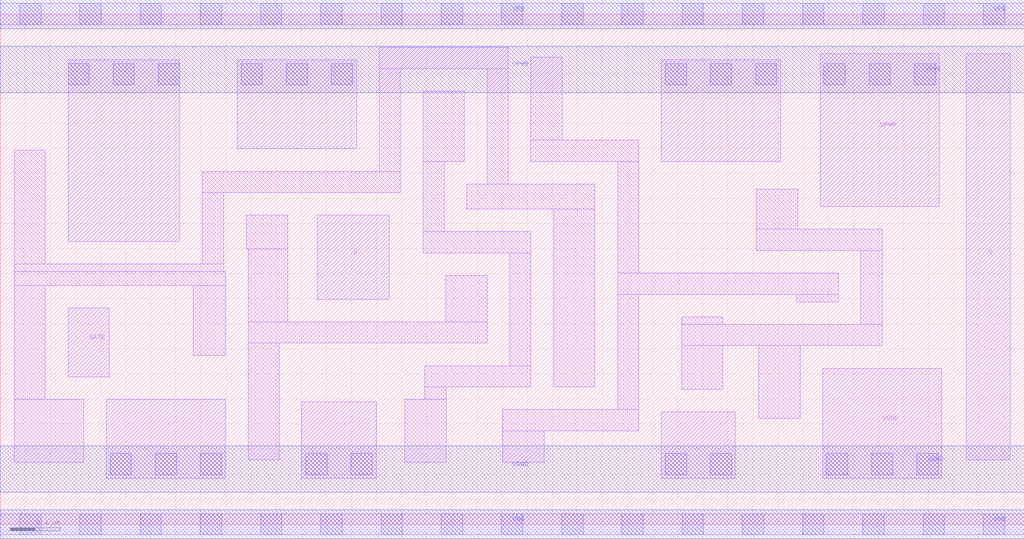
<source format=lef>
# Copyright 2020 The SkyWater PDK Authors
#
# Licensed under the Apache License, Version 2.0 (the "License");
# you may not use this file except in compliance with the License.
# You may obtain a copy of the License at
#
#     https://www.apache.org/licenses/LICENSE-2.0
#
# Unless required by applicable law or agreed to in writing, software
# distributed under the License is distributed on an "AS IS" BASIS,
# WITHOUT WARRANTIES OR CONDITIONS OF ANY KIND, either express or implied.
# See the License for the specific language governing permissions and
# limitations under the License.
#
# SPDX-License-Identifier: Apache-2.0

VERSION 5.7 ;
  NAMESCASESENSITIVE ON ;
  NOWIREEXTENSIONATPIN ON ;
  DIVIDERCHAR "/" ;
  BUSBITCHARS "[]" ;
UNITS
  DATABASE MICRONS 200 ;
END UNITS
MACRO sky130_fd_sc_hvl__dlxtp_1
  CLASS CORE ;
  SOURCE USER ;
  FOREIGN sky130_fd_sc_hvl__dlxtp_1 ;
  ORIGIN  0.000000  0.000000 ;
  SIZE  8.160000 BY  4.070000 ;
  SYMMETRY X Y ;
  SITE unithv ;
  PIN D
    ANTENNAGATEAREA  0.585000 ;
    DIRECTION INPUT ;
    USE SIGNAL ;
    PORT
      LAYER li1 ;
        RECT 2.525000 1.795000 3.100000 2.465000 ;
    END
  END D
  PIN Q
    ANTENNADIFFAREA  0.626250 ;
    DIRECTION OUTPUT ;
    USE SIGNAL ;
    PORT
      LAYER li1 ;
        RECT 7.700000 0.515000 8.050000 3.755000 ;
    END
  END Q
  PIN GATE
    ANTENNAGATEAREA  0.585000 ;
    DIRECTION INPUT ;
    USE CLOCK ;
    PORT
      LAYER li1 ;
        RECT 0.540000 1.175000 0.870000 1.725000 ;
    END
  END GATE
  PIN VGND
    DIRECTION INOUT ;
    USE GROUND ;
    PORT
      LAYER li1 ;
        RECT 0.845000 0.365000 1.795000 0.995000 ;
        RECT 2.405000 0.365000 2.995000 0.975000 ;
        RECT 5.270000 0.365000 5.860000 0.895000 ;
        RECT 6.555000 0.365000 7.505000 1.245000 ;
      LAYER mcon ;
        RECT 0.875000 0.395000 1.045000 0.565000 ;
        RECT 1.235000 0.395000 1.405000 0.565000 ;
        RECT 1.595000 0.395000 1.765000 0.565000 ;
        RECT 2.435000 0.395000 2.605000 0.565000 ;
        RECT 2.795000 0.395000 2.965000 0.565000 ;
        RECT 5.300000 0.395000 5.470000 0.565000 ;
        RECT 5.660000 0.395000 5.830000 0.565000 ;
        RECT 6.585000 0.395000 6.755000 0.565000 ;
        RECT 6.945000 0.395000 7.115000 0.565000 ;
        RECT 7.305000 0.395000 7.475000 0.565000 ;
      LAYER met1 ;
        RECT 0.000000 0.255000 8.160000 0.625000 ;
    END
  END VGND
  PIN VNB
    DIRECTION INOUT ;
    USE GROUND ;
    PORT
      LAYER li1 ;
        RECT 0.000000 -0.085000 8.160000 0.085000 ;
      LAYER mcon ;
        RECT 0.155000 -0.085000 0.325000 0.085000 ;
        RECT 0.635000 -0.085000 0.805000 0.085000 ;
        RECT 1.115000 -0.085000 1.285000 0.085000 ;
        RECT 1.595000 -0.085000 1.765000 0.085000 ;
        RECT 2.075000 -0.085000 2.245000 0.085000 ;
        RECT 2.555000 -0.085000 2.725000 0.085000 ;
        RECT 3.035000 -0.085000 3.205000 0.085000 ;
        RECT 3.515000 -0.085000 3.685000 0.085000 ;
        RECT 3.995000 -0.085000 4.165000 0.085000 ;
        RECT 4.475000 -0.085000 4.645000 0.085000 ;
        RECT 4.955000 -0.085000 5.125000 0.085000 ;
        RECT 5.435000 -0.085000 5.605000 0.085000 ;
        RECT 5.915000 -0.085000 6.085000 0.085000 ;
        RECT 6.395000 -0.085000 6.565000 0.085000 ;
        RECT 6.875000 -0.085000 7.045000 0.085000 ;
        RECT 7.355000 -0.085000 7.525000 0.085000 ;
        RECT 7.835000 -0.085000 8.005000 0.085000 ;
      LAYER met1 ;
        RECT 0.000000 -0.115000 8.160000 0.115000 ;
    END
  END VNB
  PIN VPB
    DIRECTION INOUT ;
    USE POWER ;
    PORT
      LAYER li1 ;
        RECT 0.000000 3.985000 8.160000 4.155000 ;
      LAYER mcon ;
        RECT 0.155000 3.985000 0.325000 4.155000 ;
        RECT 0.635000 3.985000 0.805000 4.155000 ;
        RECT 1.115000 3.985000 1.285000 4.155000 ;
        RECT 1.595000 3.985000 1.765000 4.155000 ;
        RECT 2.075000 3.985000 2.245000 4.155000 ;
        RECT 2.555000 3.985000 2.725000 4.155000 ;
        RECT 3.035000 3.985000 3.205000 4.155000 ;
        RECT 3.515000 3.985000 3.685000 4.155000 ;
        RECT 3.995000 3.985000 4.165000 4.155000 ;
        RECT 4.475000 3.985000 4.645000 4.155000 ;
        RECT 4.955000 3.985000 5.125000 4.155000 ;
        RECT 5.435000 3.985000 5.605000 4.155000 ;
        RECT 5.915000 3.985000 6.085000 4.155000 ;
        RECT 6.395000 3.985000 6.565000 4.155000 ;
        RECT 6.875000 3.985000 7.045000 4.155000 ;
        RECT 7.355000 3.985000 7.525000 4.155000 ;
        RECT 7.835000 3.985000 8.005000 4.155000 ;
      LAYER met1 ;
        RECT 0.000000 3.955000 8.160000 4.185000 ;
    END
  END VPB
  PIN VPWR
    DIRECTION INOUT ;
    USE POWER ;
    PORT
      LAYER li1 ;
        RECT 0.540000 2.255000 1.430000 3.705000 ;
        RECT 1.890000 2.995000 2.840000 3.705000 ;
        RECT 5.270000 2.895000 6.220000 3.705000 ;
        RECT 6.535000 2.535000 7.485000 3.755000 ;
      LAYER mcon ;
        RECT 0.540000 3.505000 0.710000 3.675000 ;
        RECT 0.900000 3.505000 1.070000 3.675000 ;
        RECT 1.260000 3.505000 1.430000 3.675000 ;
        RECT 1.920000 3.505000 2.090000 3.675000 ;
        RECT 2.280000 3.505000 2.450000 3.675000 ;
        RECT 2.640000 3.505000 2.810000 3.675000 ;
        RECT 5.300000 3.505000 5.470000 3.675000 ;
        RECT 5.660000 3.505000 5.830000 3.675000 ;
        RECT 6.020000 3.505000 6.190000 3.675000 ;
        RECT 6.565000 3.505000 6.735000 3.675000 ;
        RECT 6.925000 3.505000 7.095000 3.675000 ;
        RECT 7.285000 3.505000 7.455000 3.675000 ;
      LAYER met1 ;
        RECT 0.000000 3.445000 8.160000 3.815000 ;
    END
  END VPWR
  OBS
    LAYER li1 ;
      RECT 0.110000 0.495000 0.665000 0.995000 ;
      RECT 0.110000 0.995000 0.360000 1.905000 ;
      RECT 0.110000 1.905000 1.795000 2.015000 ;
      RECT 0.110000 2.015000 1.780000 2.075000 ;
      RECT 0.110000 2.075000 0.360000 2.985000 ;
      RECT 1.540000 1.345000 1.795000 1.905000 ;
      RECT 1.610000 2.075000 1.780000 2.645000 ;
      RECT 1.610000 2.645000 3.190000 2.815000 ;
      RECT 1.960000 2.195000 2.290000 2.465000 ;
      RECT 1.975000 0.515000 2.225000 1.445000 ;
      RECT 1.975000 1.445000 3.880000 1.615000 ;
      RECT 1.975000 1.615000 2.290000 2.195000 ;
      RECT 3.020000 2.815000 3.190000 3.635000 ;
      RECT 3.020000 3.635000 4.050000 3.805000 ;
      RECT 3.225000 0.495000 3.555000 0.995000 ;
      RECT 3.370000 2.165000 4.230000 2.335000 ;
      RECT 3.370000 2.335000 3.540000 2.895000 ;
      RECT 3.370000 2.895000 3.700000 3.455000 ;
      RECT 3.385000 0.995000 3.555000 1.095000 ;
      RECT 3.385000 1.095000 4.230000 1.265000 ;
      RECT 3.550000 1.615000 3.880000 1.985000 ;
      RECT 3.720000 2.515000 4.740000 2.715000 ;
      RECT 3.880000 2.715000 4.050000 3.635000 ;
      RECT 4.005000 0.495000 4.335000 0.745000 ;
      RECT 4.005000 0.745000 5.090000 0.915000 ;
      RECT 4.060000 1.265000 4.230000 2.165000 ;
      RECT 4.230000 2.895000 5.090000 3.065000 ;
      RECT 4.230000 3.065000 4.480000 3.725000 ;
      RECT 4.410000 1.095000 4.740000 2.515000 ;
      RECT 4.920000 0.915000 5.090000 1.835000 ;
      RECT 4.920000 1.835000 6.680000 2.005000 ;
      RECT 4.920000 2.005000 5.090000 2.895000 ;
      RECT 5.430000 1.075000 5.760000 1.425000 ;
      RECT 5.430000 1.425000 7.030000 1.595000 ;
      RECT 5.430000 1.595000 5.760000 1.655000 ;
      RECT 6.025000 2.185000 7.030000 2.355000 ;
      RECT 6.025000 2.355000 6.355000 2.675000 ;
      RECT 6.045000 0.845000 6.375000 1.425000 ;
      RECT 6.350000 1.775000 6.680000 1.835000 ;
      RECT 6.860000 1.595000 7.030000 2.185000 ;
  END
END sky130_fd_sc_hvl__dlxtp_1

</source>
